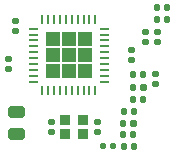
<source format=gbr>
G04 EAGLE Gerber RS-274X export*
G75*
%MOMM*%
%FSLAX34Y34*%
%LPD*%
%INSolderpaste Top*%
%IPPOS*%
%AMOC8*
5,1,8,0,0,1.08239X$1,22.5*%
G01*
%ADD10C,0.280800*%
%ADD11C,0.500000*%
%ADD12C,0.270000*%
%ADD13C,0.250000*%
%ADD14R,0.247359X0.654191*%
%ADD15R,0.247431X0.655331*%
%ADD16R,0.249341X0.651969*%
%ADD17R,0.249209X0.654269*%
%ADD18R,0.249891X0.652981*%
%ADD19R,0.250628X0.655650*%
%ADD20R,0.250275X0.651059*%
%ADD21R,0.251281X0.653141*%
%ADD22R,0.252981X0.655359*%
%ADD23R,0.251041X0.651481*%
%ADD24R,0.650031X0.250031*%
%ADD25R,0.652369X0.253631*%
%ADD26R,0.652291X0.254619*%
%ADD27R,0.650931X0.252750*%
%ADD28R,0.650259X0.251419*%
%ADD29R,0.650075X0.253169*%
%ADD30R,0.649566X0.253241*%
%ADD31R,0.649703X0.251019*%
%ADD32R,0.649391X0.251359*%
%ADD33R,0.648019X0.253259*%
%ADD34R,0.253300X0.646209*%
%ADD35R,0.250200X0.649709*%
%ADD36R,0.250591X0.648831*%
%ADD37R,0.251278X0.646019*%
%ADD38R,0.250350X0.647469*%
%ADD39R,0.249897X0.647719*%
%ADD40R,0.249147X0.646281*%
%ADD41R,0.247800X0.644681*%
%ADD42R,0.249309X0.648841*%
%ADD43R,0.250000X0.650000*%
%ADD44R,0.647831X0.246700*%
%ADD45R,0.648069X0.246041*%
%ADD46R,0.649847X0.249509*%
%ADD47R,0.649313X0.245269*%
%ADD48R,0.650003X0.249941*%
%ADD49R,0.650713X0.246369*%
%ADD50R,0.650391X0.248941*%
%ADD51R,0.651731X0.246781*%
%ADD52R,0.650141X0.249800*%
%ADD53R,0.652600X0.247050*%
%ADD54R,1.199259X1.201931*%
%ADD55R,1.200338X1.200338*%
%ADD56R,1.201031X1.203350*%
%ADD57R,1.200263X1.199672*%
%ADD58R,1.199866X1.200109*%
%ADD59R,1.199812X1.199812*%
%ADD60R,1.202841X1.202841*%
%ADD61R,1.200269X1.200081*%
%ADD62R,1.201869X1.199278*%
%ADD63R,0.950000X0.850000*%


D10*
X148480Y101989D02*
X148480Y104581D01*
X151672Y104581D01*
X151672Y101989D01*
X148480Y101989D01*
X151672Y110589D02*
X151672Y113181D01*
X151672Y110589D02*
X148480Y110589D01*
X148480Y113181D01*
X151672Y113181D01*
X126293Y89071D02*
X126293Y86479D01*
X126293Y89071D02*
X129485Y89071D01*
X129485Y86479D01*
X126293Y86479D01*
X129485Y95079D02*
X129485Y97671D01*
X129485Y95079D02*
X126293Y95079D01*
X126293Y97671D01*
X129485Y97671D01*
X128315Y32814D02*
X130907Y32814D01*
X128315Y32814D02*
X128315Y36006D01*
X130907Y36006D01*
X130907Y32814D01*
X130907Y35482D02*
X128315Y35482D01*
X122307Y36006D02*
X119715Y36006D01*
X122307Y36006D02*
X122307Y32814D01*
X119715Y32814D01*
X119715Y36006D01*
X119715Y35482D02*
X122307Y35482D01*
X28166Y111350D02*
X28166Y113942D01*
X31358Y113942D01*
X31358Y111350D01*
X28166Y111350D01*
X31358Y119950D02*
X31358Y122542D01*
X31358Y119950D02*
X28166Y119950D01*
X28166Y122542D01*
X31358Y122542D01*
X128178Y23189D02*
X130770Y23189D01*
X128178Y23189D02*
X128178Y26381D01*
X130770Y26381D01*
X130770Y23189D01*
X130770Y25857D02*
X128178Y25857D01*
X122170Y26381D02*
X119578Y26381D01*
X122170Y26381D02*
X122170Y23189D01*
X119578Y23189D01*
X119578Y26381D01*
X119578Y25857D02*
X122170Y25857D01*
X25115Y87896D02*
X25115Y90488D01*
X25115Y87896D02*
X21923Y87896D01*
X21923Y90488D01*
X25115Y90488D01*
X21923Y81888D02*
X21923Y79296D01*
X21923Y81888D02*
X25115Y81888D01*
X25115Y79296D01*
X21923Y79296D01*
D11*
X35598Y46300D02*
X35598Y41300D01*
X26398Y41300D01*
X26398Y46300D01*
X35598Y46300D01*
X35598Y46050D02*
X26398Y46050D01*
X26398Y27600D02*
X26398Y22600D01*
X26398Y27600D02*
X35598Y27600D01*
X35598Y22600D01*
X26398Y22600D01*
X26398Y27350D02*
X35598Y27350D01*
D10*
X156584Y131176D02*
X159176Y131176D01*
X156584Y131176D02*
X156584Y134368D01*
X159176Y134368D01*
X159176Y131176D01*
X159176Y133844D02*
X156584Y133844D01*
X150576Y134368D02*
X147984Y134368D01*
X150576Y134368D02*
X150576Y131176D01*
X147984Y131176D01*
X147984Y134368D01*
X147984Y133844D02*
X150576Y133844D01*
D12*
X138177Y113366D02*
X138177Y110666D01*
X138177Y113366D02*
X141477Y113366D01*
X141477Y110666D01*
X138177Y110666D01*
X138177Y113231D02*
X141477Y113231D01*
X138177Y104726D02*
X138177Y102026D01*
X138177Y104726D02*
X141477Y104726D01*
X141477Y102026D01*
X138177Y102026D01*
X138177Y104591D02*
X141477Y104591D01*
X150214Y69113D02*
X150214Y66413D01*
X146914Y66413D01*
X146914Y69113D01*
X150214Y69113D01*
X150214Y68978D02*
X146914Y68978D01*
X150214Y75053D02*
X150214Y77753D01*
X150214Y75053D02*
X146914Y75053D01*
X146914Y77753D01*
X150214Y77753D01*
X150214Y77618D02*
X146914Y77618D01*
X130811Y63200D02*
X128111Y63200D01*
X128111Y66500D01*
X130811Y66500D01*
X130811Y63200D01*
X130811Y65765D02*
X128111Y65765D01*
X136751Y63200D02*
X139451Y63200D01*
X136751Y63200D02*
X136751Y66500D01*
X139451Y66500D01*
X139451Y63200D01*
X139451Y65765D02*
X136751Y65765D01*
X156894Y123951D02*
X159594Y123951D01*
X159594Y120651D01*
X156894Y120651D01*
X156894Y123951D01*
X156894Y123216D02*
X159594Y123216D01*
X150954Y123951D02*
X148254Y123951D01*
X150954Y123951D02*
X150954Y120651D01*
X148254Y120651D01*
X148254Y123951D01*
X148254Y123216D02*
X150954Y123216D01*
X130573Y74233D02*
X127873Y74233D01*
X127873Y77533D01*
X130573Y77533D01*
X130573Y74233D01*
X130573Y76798D02*
X127873Y76798D01*
X136513Y74233D02*
X139213Y74233D01*
X136513Y74233D02*
X136513Y77533D01*
X139213Y77533D01*
X139213Y74233D01*
X139213Y76798D02*
X136513Y76798D01*
X61990Y28410D02*
X61990Y25710D01*
X58690Y25710D01*
X58690Y28410D01*
X61990Y28410D01*
X61990Y28275D02*
X58690Y28275D01*
X61990Y34350D02*
X61990Y37050D01*
X61990Y34350D02*
X58690Y34350D01*
X58690Y37050D01*
X61990Y37050D01*
X61990Y36915D02*
X58690Y36915D01*
X97195Y36915D02*
X97195Y34215D01*
X97195Y36915D02*
X100495Y36915D01*
X100495Y34215D01*
X97195Y34215D01*
X97195Y36780D02*
X100495Y36780D01*
X97195Y28275D02*
X97195Y25575D01*
X97195Y28275D02*
X100495Y28275D01*
X100495Y25575D01*
X97195Y25575D01*
X97195Y28140D02*
X100495Y28140D01*
D13*
X52750Y64460D03*
X57750Y64460D03*
X62750Y64460D03*
X67750Y64460D03*
X72750Y64460D03*
X77750Y64460D03*
X82750Y64460D03*
X87750Y64460D03*
X92750Y64460D03*
X97750Y64460D03*
X102500Y69210D03*
X102500Y74210D03*
X102500Y79210D03*
X102500Y84210D03*
X102500Y89210D03*
X102500Y94210D03*
X102500Y99210D03*
X102500Y104210D03*
X102500Y109210D03*
X102500Y114210D03*
X97750Y118960D03*
X92750Y118960D03*
X87750Y118960D03*
X82750Y118960D03*
X77750Y118960D03*
X72750Y118960D03*
X67750Y118960D03*
X62750Y118960D03*
X57750Y118960D03*
X52750Y118960D03*
X48000Y114210D03*
X48000Y109210D03*
X48000Y104210D03*
X48000Y99210D03*
X48000Y94210D03*
X48000Y89210D03*
X48000Y84210D03*
X48000Y79210D03*
X48000Y74210D03*
X48000Y69210D03*
D14*
X52737Y61189D03*
D15*
X57737Y61183D03*
D16*
X62747Y61200D03*
D17*
X67746Y61189D03*
D18*
X72749Y61195D03*
D19*
X77753Y61182D03*
D20*
X82751Y61205D03*
D21*
X87756Y61194D03*
D22*
X92765Y61183D03*
D23*
X97755Y61203D03*
D24*
X105750Y69210D03*
D25*
X105768Y74198D03*
D26*
X105773Y79199D03*
D27*
X105764Y84205D03*
D28*
X105757Y89209D03*
D29*
X105766Y94210D03*
D30*
X105766Y99212D03*
D31*
X105755Y104211D03*
D32*
X105757Y109213D03*
D33*
X105766Y114220D03*
D34*
X97767Y122229D03*
D35*
X92751Y122211D03*
D36*
X87753Y122216D03*
D37*
X82756Y122230D03*
D38*
X77752Y122223D03*
D39*
X72750Y122221D03*
D40*
X67746Y122229D03*
D41*
X62739Y122237D03*
D42*
X57747Y122216D03*
D43*
X52750Y122210D03*
D44*
X44734Y114221D03*
D45*
X44730Y109220D03*
D46*
X44748Y104211D03*
D47*
X44726Y99213D03*
D48*
X44750Y94210D03*
D49*
X44732Y89206D03*
D50*
X44745Y84208D03*
D51*
X44734Y79201D03*
D52*
X44749Y74209D03*
D53*
X44735Y69197D03*
D54*
X61746Y78200D03*
D55*
X75252Y91708D03*
D56*
X75255Y78193D03*
D57*
X75251Y105212D03*
D58*
X61749Y91709D03*
D59*
X61749Y105211D03*
D60*
X88764Y78196D03*
D61*
X88751Y91710D03*
D62*
X88759Y105214D03*
D10*
X127744Y55986D02*
X130336Y55986D01*
X130336Y52794D01*
X127744Y52794D01*
X127744Y55986D01*
X127744Y55462D02*
X130336Y55462D01*
X136344Y52794D02*
X138936Y52794D01*
X136344Y52794D02*
X136344Y55986D01*
X138936Y55986D01*
X138936Y52794D01*
X138936Y55462D02*
X136344Y55462D01*
X131326Y42854D02*
X128734Y42854D01*
X128734Y46046D01*
X131326Y46046D01*
X131326Y42854D01*
X131326Y45522D02*
X128734Y45522D01*
X122726Y46046D02*
X120134Y46046D01*
X122726Y46046D02*
X122726Y42854D01*
X120134Y42854D01*
X120134Y46046D01*
X120134Y45522D02*
X122726Y45522D01*
X104946Y16836D02*
X102354Y16836D01*
X104946Y16836D02*
X104946Y13644D01*
X102354Y13644D01*
X102354Y16836D01*
X102354Y16312D02*
X104946Y16312D01*
X110954Y13644D02*
X113546Y13644D01*
X110954Y13644D02*
X110954Y16836D01*
X113546Y16836D01*
X113546Y13644D01*
X113546Y16312D02*
X110954Y16312D01*
X129046Y13457D02*
X131638Y13457D01*
X129046Y13457D02*
X129046Y16649D01*
X131638Y16649D01*
X131638Y13457D01*
X131638Y16125D02*
X129046Y16125D01*
X123038Y16649D02*
X120446Y16649D01*
X123038Y16649D02*
X123038Y13457D01*
X120446Y13457D01*
X120446Y16649D01*
X120446Y16125D02*
X123038Y16125D01*
D63*
X72354Y25260D03*
X86854Y25260D03*
X86854Y36760D03*
X72354Y36760D03*
M02*

</source>
